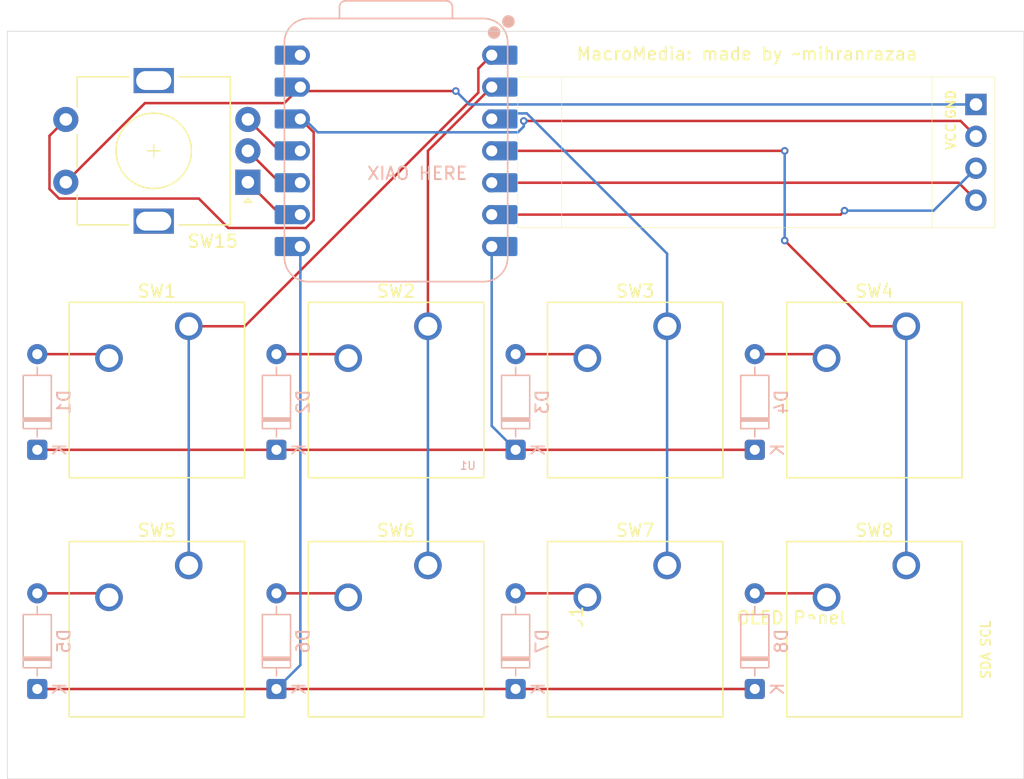
<source format=kicad_pcb>
(kicad_pcb (version 20241229) (generator "pcbnew") (generator_version "9.0")
  (layers (0 "F.Cu" signal) (2 "B.Cu" signal) (13 "F.Paste" user) (15 "B.Paste" user) (5 "F.SilkS" user "F.Silkscreen") (7 "B.SilkS" user "B.Silkscreen") (1 "F.Mask" user) (3 "B.Mask" user) (25 "Edge.Cuts" user))
  (net 0 "")
  (net 1 "Net-(D1-A)")
  (net 2 "Row 0")
  (net 3 "Net-(D2-A)")
  (net 4 "Net-(D3-A)")
  (net 5 "Net-(D4-A)")
  (net 6 "Net-(D5-A)")
  (net 7 "Row 1")
  (net 8 "Net-(D6-A)")
  (net 9 "Net-(D7-A)")
  (net 10 "Net-(D8-A)")
  (net 11 "GND")
  (net 12 "Net-(J1-VCC)")
  (net 13 "Net-(J1-SDA)")
  (net 14 "Net-(J1-SCL)")
  (net 15 "Column 0")
  (net 16 "Column 1")
  (net 17 "Column 2")
  (net 18 "Column 3")
  (net 19 "Net-(U1-GPIO3{slash}MOSI)")
  (net 20 "Net-(U1-GPIO4{slash}MISO)")
  (net 21 "Net-(U1-GPIO2{slash}SCK)")
  (net 22 "+5V")
  (footprint "Button_Switch_Keyboard:SW_Cherry_MX_1.00u_PCB" (layer "F.Cu") (at 104.93375 102.07625)
    (property "Reference" "SW1" (at -2.54 -2.794 0) (layer "F.SilkS"))
    (property "Value" "SW_Push")
    (fp_line (start -9.525 -1.905) (end 4.445 -1.905) (stroke (width 0.12)) (layer "F.SilkS"))
    (fp_line (start -9.525 12.065) (end -9.525 -1.905) (stroke (width 0.12)) (layer "F.SilkS"))
    (fp_line (start 4.445 -1.905) (end 4.445 12.065) (stroke (width 0.12)) (layer "F.SilkS"))
    (fp_line (start 4.445 12.065) (end -9.525 12.065) (stroke (width 0.12)) (layer "F.SilkS"))
    (pad "" np_thru_hole circle (at -7.62 5.08) (size 1.7 1.7) (drill 1.7) (layers "*.Cu" "*.Mask"))
    (pad "" np_thru_hole circle (at -2.54 5.08) (size 4 4) (drill 4) (layers "*.Cu" "*.Mask"))
    (pad "" np_thru_hole circle (at 2.54 5.08) (size 1.7 1.7) (drill 1.7) (layers "*.Cu" "*.Mask"))
    (pad "1" thru_hole circle (at 0 0) (size 2.2 2.2) (drill 1.5) (layers "*.Cu" "*.Mask") (net 15 "Column 0"))
    (pad "2" thru_hole circle (at -6.35 2.54) (size 2.2 2.2) (drill 1.5) (layers "*.Cu" "*.Mask") (net 1 "Net-(D1-A)"))
  )
  (footprint "Dis:SSD1306-0.91-OLED-4pin-128x32" (layer "F.Cu") (at 131.13375 82.22125)
    (property "Reference" "J1" (at 4.685 42.98875 90) (layer "F.SilkS"))
    (property "Value" "OLED_0.91_I2C")
    (fp_line (start 0 0) (end 0 12) (stroke (width 0.04)) (layer "F.SilkS"))
    (fp_line (start 0 12) (end 38 12) (stroke (width 0.04)) (layer "F.SilkS"))
    (fp_line (start 3.5 0) (end 3.5 12) (stroke (width 0.04)) (layer "F.SilkS"))
    (fp_line (start 33 0) (end 33 12) (stroke (width 0.04)) (layer "F.SilkS"))
    (fp_line (start 38 0) (end 0 0) (stroke (width 0.04)) (layer "F.SilkS"))
    (fp_line (start 38 12) (end 38 0) (stroke (width 0.04)) (layer "F.SilkS"))
    (fp_text user "GND" (at 34.5 2.19 90) (layer "F.SilkS") (effects (font (size 0.75 0.75))))
    (fp_text user "OLED Panel" (at 21.785 43.07875 0) (layer "F.SilkS"))
    (fp_text user "SCL" (at 37.285 44.34875 90) (layer "F.SilkS") (effects (font (size 0.75 0.75))))
    (fp_text user "VCC" (at 34.5 4.73 90) (layer "F.SilkS") (effects (font (size 0.75 0.75))))
    (fp_text user "SDA" (at 37.285 46.88875 90) (layer "F.SilkS") (effects (font (size 0.75 0.75))))
    (pad "1" thru_hole rect (at 36.5 2.19) (size 1.7 1.7) (drill 1) (layers "*.Cu" "*.Mask") (net 11 "GND"))
    (pad "2" thru_hole oval (at 36.5 4.73) (size 1.7 1.7) (drill 1) (layers "*.Cu" "*.Mask") (net 12 "Net-(J1-VCC)"))
    (pad "3" thru_hole oval (at 36.5 7.27) (size 1.7 1.7) (drill 1) (layers "*.Cu" "*.Mask") (net 14 "Net-(J1-SCL)"))
    (pad "4" thru_hole oval (at 36.5 9.81) (size 1.7 1.7) (drill 1) (layers "*.Cu" "*.Mask") (net 13 "Net-(J1-SDA)"))
  )
  (footprint "Rotatory:RotaryEncoder_Alps_EC11E-Switch_Vertical_H20mm" (layer "F.Cu") (at 109.64375 90.60625 180)
    (property "Reference" "SW15" (at 2.8 -4.7 0) (layer "F.SilkS"))
    (property "Value" "RotaryEncoder_Switch")
    (fp_line (start 13.6 8.4) (end 9.5 8.4) (stroke (width 0.12)) (layer "F.SilkS"))
    (fp_line (start 13.6 6) (end 13.6 8.4) (stroke (width 0.12)) (layer "F.SilkS"))
    (fp_line (start 13.6 1.2) (end 13.6 3.8) (stroke (width 0.12)) (layer "F.SilkS"))
    (fp_line (start 13.6 -3.4) (end 13.6 -1) (stroke (width 0.12)) (layer "F.SilkS"))
    (fp_line (start 9.5 -3.4) (end 13.6 -3.4) (stroke (width 0.12)) (layer "F.SilkS"))
    (fp_line (start 7.5 2) (end 7.5 3) (stroke (width 0.12)) (layer "F.SilkS"))
    (fp_line (start 7 2.5) (end 8 2.5) (stroke (width 0.12)) (layer "F.SilkS"))
    (fp_line (start 5.5 8.4) (end 1.4 8.4) (stroke (width 0.12)) (layer "F.SilkS"))
    (fp_line (start 5.5 -3.4) (end 1.4 -3.4) (stroke (width 0.12)) (layer "F.SilkS"))
    (fp_line (start 1.4 -3.4) (end 1.4 8.4) (stroke (width 0.12)) (layer "F.SilkS"))
    (fp_line (start 0.3 -1.6) (end 0 -1.3) (stroke (width 0.12)) (layer "F.SilkS"))
    (fp_line (start 0 -1.3) (end -0.3 -1.6) (stroke (width 0.12)) (layer "F.SilkS"))
    (fp_line (start -0.3 -1.6) (end 0.3 -1.6) (stroke (width 0.12)) (layer "F.SilkS"))
    (fp_circle (center 7.5 2.5) (end 10.5 2.5) (stroke (width 0.12)) (fill no) (layer "F.SilkS"))
    (pad "A" thru_hole rect (at 0 0 180) (size 2 2) (drill 1) (layers "*.Cu" "*.Mask") (net 21 "Net-(U1-GPIO2{slash}SCK)"))
    (pad "B" thru_hole circle (at 0 5 180) (size 2 2) (drill 1) (layers "*.Cu" "*.Mask") (net 19 "Net-(U1-GPIO3{slash}MOSI)"))
    (pad "C" thru_hole circle (at 0 2.5 180) (size 2 2) (drill 1) (layers "*.Cu" "*.Mask") (net 20 "Net-(U1-GPIO4{slash}MISO)"))
    (pad "MP" thru_hole rect (at 7.5 -3.1 180) (size 3.2 2) (drill oval 2.8 1.5) (layers "*.Cu" "*.Mask"))
    (pad "MP" thru_hole rect (at 7.5 8.1 180) (size 3.2 2) (drill oval 2.8 1.5) (layers "*.Cu" "*.Mask"))
    (pad "S1" thru_hole circle (at 14.5 5 180) (size 2 2) (drill 1) (layers "*.Cu" "*.Mask") (net 12 "Net-(J1-VCC)"))
    (pad "S2" thru_hole circle (at 14.5 0 180) (size 2 2) (drill 1) (layers "*.Cu" "*.Mask") (net 11 "GND"))
  )
  (footprint "Button_Switch_Keyboard:SW_Cherry_MX_1.00u_PCB" (layer "F.Cu") (at 104.93375 121.12625)
    (property "Reference" "SW5" (at -2.54 -2.794 0) (layer "F.SilkS"))
    (property "Value" "SW_Push")
    (fp_line (start -9.525 -1.905) (end 4.445 -1.905) (stroke (width 0.12)) (layer "F.SilkS"))
    (fp_line (start -9.525 12.065) (end -9.525 -1.905) (stroke (width 0.12)) (layer "F.SilkS"))
    (fp_line (start 4.445 -1.905) (end 4.445 12.065) (stroke (width 0.12)) (layer "F.SilkS"))
    (fp_line (start 4.445 12.065) (end -9.525 12.065) (stroke (width 0.12)) (layer "F.SilkS"))
    (pad "" np_thru_hole circle (at -7.62 5.08) (size 1.7 1.7) (drill 1.7) (layers "*.Cu" "*.Mask"))
    (pad "" np_thru_hole circle (at -2.54 5.08) (size 4 4) (drill 4) (layers "*.Cu" "*.Mask"))
    (pad "" np_thru_hole circle (at 2.54 5.08) (size 1.7 1.7) (drill 1.7) (layers "*.Cu" "*.Mask"))
    (pad "1" thru_hole circle (at 0 0) (size 2.2 2.2) (drill 1.5) (layers "*.Cu" "*.Mask") (net 15 "Column 0"))
    (pad "2" thru_hole circle (at -6.35 2.54) (size 2.2 2.2) (drill 1.5) (layers "*.Cu" "*.Mask") (net 6 "Net-(D5-A)"))
  )
  (footprint "Button_Switch_Keyboard:SW_Cherry_MX_1.00u_PCB" (layer "F.Cu") (at 162.08375 102.07625)
    (property "Reference" "SW4" (at -2.54 -2.794 0) (layer "F.SilkS"))
    (property "Value" "SW_Push")
    (fp_line (start -9.525 -1.905) (end 4.445 -1.905) (stroke (width 0.12)) (layer "F.SilkS"))
    (fp_line (start -9.525 12.065) (end -9.525 -1.905) (stroke (width 0.12)) (layer "F.SilkS"))
    (fp_line (start 4.445 -1.905) (end 4.445 12.065) (stroke (width 0.12)) (layer "F.SilkS"))
    (fp_line (start 4.445 12.065) (end -9.525 12.065) (stroke (width 0.12)) (layer "F.SilkS"))
    (pad "" np_thru_hole circle (at -7.62 5.08) (size 1.7 1.7) (drill 1.7) (layers "*.Cu" "*.Mask"))
    (pad "" np_thru_hole circle (at -2.54 5.08) (size 4 4) (drill 4) (layers "*.Cu" "*.Mask"))
    (pad "" np_thru_hole circle (at 2.54 5.08) (size 1.7 1.7) (drill 1.7) (layers "*.Cu" "*.Mask"))
    (pad "1" thru_hole circle (at 0 0) (size 2.2 2.2) (drill 1.5) (layers "*.Cu" "*.Mask") (net 18 "Column 3"))
    (pad "2" thru_hole circle (at -6.35 2.54) (size 2.2 2.2) (drill 1.5) (layers "*.Cu" "*.Mask") (net 5 "Net-(D4-A)"))
  )
  (footprint "Button_Switch_Keyboard:SW_Cherry_MX_1.00u_PCB" (layer "F.Cu") (at 162.08375 121.12625)
    (property "Reference" "SW8" (at -2.54 -2.794 0) (layer "F.SilkS"))
    (property "Value" "SW_Push")
    (fp_line (start -9.525 -1.905) (end 4.445 -1.905) (stroke (width 0.12)) (layer "F.SilkS"))
    (fp_line (start -9.525 12.065) (end -9.525 -1.905) (stroke (width 0.12)) (layer "F.SilkS"))
    (fp_line (start 4.445 -1.905) (end 4.445 12.065) (stroke (width 0.12)) (layer "F.SilkS"))
    (fp_line (start 4.445 12.065) (end -9.525 12.065) (stroke (width 0.12)) (layer "F.SilkS"))
    (pad "" np_thru_hole circle (at -7.62 5.08) (size 1.7 1.7) (drill 1.7) (layers "*.Cu" "*.Mask"))
    (pad "" np_thru_hole circle (at -2.54 5.08) (size 4 4) (drill 4) (layers "*.Cu" "*.Mask"))
    (pad "" np_thru_hole circle (at 2.54 5.08) (size 1.7 1.7) (drill 1.7) (layers "*.Cu" "*.Mask"))
    (pad "1" thru_hole circle (at 0 0) (size 2.2 2.2) (drill 1.5) (layers "*.Cu" "*.Mask") (net 18 "Column 3"))
    (pad "2" thru_hole circle (at -6.35 2.54) (size 2.2 2.2) (drill 1.5) (layers "*.Cu" "*.Mask") (net 10 "Net-(D8-A)"))
  )
  (footprint "Button_Switch_Keyboard:SW_Cherry_MX_1.00u_PCB" (layer "F.Cu") (at 143.03375 121.12625)
    (property "Reference" "SW7" (at -2.54 -2.794 0) (layer "F.SilkS"))
    (property "Value" "SW_Push")
    (fp_line (start -9.525 -1.905) (end 4.445 -1.905) (stroke (width 0.12)) (layer "F.SilkS"))
    (fp_line (start -9.525 12.065) (end -9.525 -1.905) (stroke (width 0.12)) (layer "F.SilkS"))
    (fp_line (start 4.445 -1.905) (end 4.445 12.065) (stroke (width 0.12)) (layer "F.SilkS"))
    (fp_line (start 4.445 12.065) (end -9.525 12.065) (stroke (width 0.12)) (layer "F.SilkS"))
    (pad "" np_thru_hole circle (at -7.62 5.08) (size 1.7 1.7) (drill 1.7) (layers "*.Cu" "*.Mask"))
    (pad "" np_thru_hole circle (at -2.54 5.08) (size 4 4) (drill 4) (layers "*.Cu" "*.Mask"))
    (pad "" np_thru_hole circle (at 2.54 5.08) (size 1.7 1.7) (drill 1.7) (layers "*.Cu" "*.Mask"))
    (pad "1" thru_hole circle (at 0 0) (size 2.2 2.2) (drill 1.5) (layers "*.Cu" "*.Mask") (net 17 "Column 2"))
    (pad "2" thru_hole circle (at -6.35 2.54) (size 2.2 2.2) (drill 1.5) (layers "*.Cu" "*.Mask") (net 9 "Net-(D7-A)"))
  )
  (footprint "Button_Switch_Keyboard:SW_Cherry_MX_1.00u_PCB" (layer "F.Cu") (at 123.98375 121.12625)
    (property "Reference" "SW6" (at -2.54 -2.794 0) (layer "F.SilkS"))
    (property "Value" "SW_Push")
    (fp_line (start -9.525 -1.905) (end 4.445 -1.905) (stroke (width 0.12)) (layer "F.SilkS"))
    (fp_line (start -9.525 12.065) (end -9.525 -1.905) (stroke (width 0.12)) (layer "F.SilkS"))
    (fp_line (start 4.445 -1.905) (end 4.445 12.065) (stroke (width 0.12)) (layer "F.SilkS"))
    (fp_line (start 4.445 12.065) (end -9.525 12.065) (stroke (width 0.12)) (layer "F.SilkS"))
    (pad "" np_thru_hole circle (at -7.62 5.08) (size 1.7 1.7) (drill 1.7) (layers "*.Cu" "*.Mask"))
    (pad "" np_thru_hole circle (at -2.54 5.08) (size 4 4) (drill 4) (layers "*.Cu" "*.Mask"))
    (pad "" np_thru_hole circle (at 2.54 5.08) (size 1.7 1.7) (drill 1.7) (layers "*.Cu" "*.Mask"))
    (pad "1" thru_hole circle (at 0 0) (size 2.2 2.2) (drill 1.5) (layers "*.Cu" "*.Mask") (net 16 "Column 1"))
    (pad "2" thru_hole circle (at -6.35 2.54) (size 2.2 2.2) (drill 1.5) (layers "*.Cu" "*.Mask") (net 8 "Net-(D6-A)"))
  )
  (footprint "Button_Switch_Keyboard:SW_Cherry_MX_1.00u_PCB" (layer "F.Cu") (at 123.98375 102.07625)
    (property "Reference" "SW2" (at -2.54 -2.794 0) (layer "F.SilkS"))
    (property "Value" "SW_Push")
    (fp_line (start -9.525 -1.905) (end 4.445 -1.905) (stroke (width 0.12)) (layer "F.SilkS"))
    (fp_line (start -9.525 12.065) (end -9.525 -1.905) (stroke (width 0.12)) (layer "F.SilkS"))
    (fp_line (start 4.445 -1.905) (end 4.445 12.065) (stroke (width 0.12)) (layer "F.SilkS"))
    (fp_line (start 4.445 12.065) (end -9.525 12.065) (stroke (width 0.12)) (layer "F.SilkS"))
    (pad "" np_thru_hole circle (at -7.62 5.08) (size 1.7 1.7) (drill 1.7) (layers "*.Cu" "*.Mask"))
    (pad "" np_thru_hole circle (at -2.54 5.08) (size 4 4) (drill 4) (layers "*.Cu" "*.Mask"))
    (pad "" np_thru_hole circle (at 2.54 5.08) (size 1.7 1.7) (drill 1.7) (layers "*.Cu" "*.Mask"))
    (pad "1" thru_hole circle (at 0 0) (size 2.2 2.2) (drill 1.5) (layers "*.Cu" "*.Mask") (net 16 "Column 1"))
    (pad "2" thru_hole circle (at -6.35 2.54) (size 2.2 2.2) (drill 1.5) (layers "*.Cu" "*.Mask") (net 3 "Net-(D2-A)"))
  )
  (footprint "Button_Switch_Keyboard:SW_Cherry_MX_1.00u_PCB" (layer "F.Cu") (at 143.03375 102.07625)
    (property "Reference" "SW3" (at -2.54 -2.794 0) (layer "F.SilkS"))
    (property "Value" "SW_Push")
    (fp_line (start -9.525 -1.905) (end 4.445 -1.905) (stroke (width 0.12)) (layer "F.SilkS"))
    (fp_line (start -9.525 12.065) (end -9.525 -1.905) (stroke (width 0.12)) (layer "F.SilkS"))
    (fp_line (start 4.445 -1.905) (end 4.445 12.065) (stroke (width 0.12)) (layer "F.SilkS"))
    (fp_line (start 4.445 12.065) (end -9.525 12.065) (stroke (width 0.12)) (layer "F.SilkS"))
    (pad "" np_thru_hole circle (at -7.62 5.08) (size 1.7 1.7) (drill 1.7) (layers "*.Cu" "*.Mask"))
    (pad "" np_thru_hole circle (at -2.54 5.08) (size 4 4) (drill 4) (layers "*.Cu" "*.Mask"))
    (pad "" np_thru_hole circle (at 2.54 5.08) (size 1.7 1.7) (drill 1.7) (layers "*.Cu" "*.Mask"))
    (pad "1" thru_hole circle (at 0 0) (size 2.2 2.2) (drill 1.5) (layers "*.Cu" "*.Mask") (net 17 "Column 2"))
    (pad "2" thru_hole circle (at -6.35 2.54) (size 2.2 2.2) (drill 1.5) (layers "*.Cu" "*.Mask") (net 4 "Net-(D3-A)"))
  )
  (footprint "Diode_THT:D_DO-35_SOD27_P7.62mm_Horizontal" (layer "B.Cu") (at 92.86875 111.91875 90)
    (property "Reference" "D1" (at 3.81 2.12 90) (layer "B.SilkS") (effects (justify mirror)))
    (property "Value" "1N4148")
    (fp_line (start 6.58 0) (end 5.93 0) (stroke (width 0.12)) (layer "B.SilkS"))
    (fp_line (start 1.04 0) (end 1.69 0) (stroke (width 0.12)) (layer "B.SilkS"))
    (fp_line (start 2.53 1.12) (end 2.53 -1.12) (stroke (width 0.12)) (layer "B.SilkS"))
    (fp_line (start 2.41 1.12) (end 2.41 -1.12) (stroke (width 0.12)) (layer "B.SilkS"))
    (fp_line (start 2.29 1.12) (end 2.29 -1.12) (stroke (width 0.12)) (layer "B.SilkS"))
    (fp_rect (start 1.69 1.12) (end 5.93 -1.12) (stroke (width 0.12)) (fill no) (layer "B.SilkS"))
    (fp_text user "K" (at 0 1.8 90) (layer "B.SilkS") (effects (justify mirror)))
    (pad "1" thru_hole roundrect (at 0 0 90) (size 1.6 1.6) (drill 0.8) (layers "*.Cu" "*.Mask") (roundrect_rratio 0.15625) (net 2 "Row 0"))
    (pad "2" thru_hole circle (at 7.62 0 90) (size 1.6 1.6) (drill 0.8) (layers "*.Cu" "*.Mask") (net 1 "Net-(D1-A)"))
  )
  (footprint "OPL:XIAO-RP2040-DIP" (layer "B.Cu") (at 121.44375 88.10625 180)
    (property "Reference" "U1" (at -5.715 -25.07875 0) (layer "B.SilkS") (effects (font (size 0.635 0.635) (thickness 0.1016)) (justify mirror)))
    (property "Value" "XIAO-RP2040-DIP")
    (fp_line (start 8.89 -8.509) (end 8.89 8.636) (stroke (width 0.127)) (layer "B.SilkS"))
    (fp_line (start 6.985 10.541) (end -6.985 10.541) (stroke (width 0.1)) (layer "B.SilkS"))
    (fp_line (start 6.985 10.541) (end -6.985 10.541) (stroke (width 0.127)) (layer "B.SilkS"))
    (fp_line (start 4.504 11.451) (end 4.504 10.541) (stroke (width 0.127)) (layer "B.SilkS"))
    (fp_line (start -3.991272 11.951) (end 4.004 11.951) (stroke (width 0.127)) (layer "B.SilkS"))
    (fp_line (start -4.495 10.541) (end -4.491272 11.451272) (stroke (width 0.127)) (layer "B.SilkS"))
    (fp_line (start -6.985 -10.414) (end 6.985 -10.414) (stroke (width 0.127)) (layer "B.SilkS"))
    (fp_line (start -8.89 -8.509) (end -8.89 8.636) (stroke (width 0.127)) (layer "B.SilkS"))
    (fp_arc (start 8.89 8.636) (mid 8.332038 9.983038) (end 6.985 10.541) (stroke (width 0.127)) (layer "B.SilkS"))
    (fp_arc (start 6.985 -10.414) (mid 8.332038 -9.856038) (end 8.89 -8.509) (stroke (width 0.127)) (layer "B.SilkS"))
    (fp_arc (start 4.504 11.451) (mid 4.357553 11.804553) (end 4.004 11.951) (stroke (width 0.127)) (layer "B.SilkS"))
    (fp_arc (start -3.991272 11.951) (mid -4.344724 11.804644) (end -4.491272 11.451272) (stroke (width 0.127)) (layer "B.SilkS"))
    (fp_arc (start -6.985 10.541) (mid -8.332038 9.983038) (end -8.89 8.636) (stroke (width 0.127)) (layer "B.SilkS"))
    (fp_arc (start -8.89 -8.509) (mid -8.332038 -9.856038) (end -6.985 -10.414) (stroke (width 0.127)) (layer "B.SilkS"))
    (fp_circle (center -7.807 9.42) (end -7.807 9.674) (stroke (width 0.5)) (fill yes) (layer "B.SilkS"))
    (fp_circle (center -8.95 10.3) (end -8.95 10.554) (stroke (width 0.5)) (fill yes) (layer "B.SilkS"))
    (pad "1" smd roundrect (at -8.455 7.62) (size 2.432 1.524) (layers "B.Cu" "B.Mask") (roundrect_rratio 0.1) (net 15 "Column 0"))
    (pad "1" thru_hole circle (at -7.62 7.62) (size 1.524 1.524) (drill 0.889) (layers "*.Cu" "*.Mask") (net 15 "Column 0"))
    (pad "2" smd roundrect (at -8.455 5.08) (size 2.432 1.524) (layers "B.Cu" "B.Mask") (roundrect_rratio 0.1) (net 16 "Column 1"))
    (pad "2" thru_hole circle (at -7.62 5.08) (size 1.524 1.524) (drill 0.889) (layers "*.Cu" "*.Mask") (net 16 "Column 1"))
    (pad "3" smd roundrect (at -8.455 2.54) (size 2.432 1.524) (layers "B.Cu" "B.Mask") (roundrect_rratio 0.1) (net 17 "Column 2"))
    (pad "3" thru_hole circle (at -7.62 2.54) (size 1.524 1.524) (drill 0.889) (layers "*.Cu" "*.Mask") (net 17 "Column 2"))
    (pad "4" smd roundrect (at -8.455 0) (size 2.432 1.524) (layers "B.Cu" "B.Mask") (roundrect_rratio 0.1) (net 18 "Column 3"))
    (pad "4" thru_hole circle (at -7.62 0) (size 1.524 1.524) (drill 0.889) (layers "*.Cu" "*.Mask") (net 18 "Column 3"))
    (pad "5" smd roundrect (at -8.455 -2.54) (size 2.432 1.524) (layers "B.Cu" "B.Mask") (roundrect_rratio 0.1) (net 13 "Net-(J1-SDA)"))
    (pad "5" thru_hole circle (at -7.62 -2.54) (size 1.524 1.524) (drill 0.889) (layers "*.Cu" "*.Mask") (net 13 "Net-(J1-SDA)"))
    (pad "6" smd roundrect (at -8.455 -5.08) (size 2.432 1.524) (layers "B.Cu" "B.Mask") (roundrect_rratio 0.1) (net 14 "Net-(J1-SCL)"))
    (pad "6" thru_hole circle (at -7.62 -5.08) (size 1.524 1.524) (drill 0.889) (layers "*.Cu" "*.Mask") (net 14 "Net-(J1-SCL)"))
    (pad "7" smd roundrect (at -8.455 -7.62) (size 2.432 1.524) (layers "B.Cu" "B.Mask") (roundrect_rratio 0.1) (net 2 "Row 0"))
    (pad "7" thru_hole circle (at -7.62 -7.62) (size 1.524 1.524) (drill 0.889) (layers "*.Cu" "*.Mask") (net 2 "Row 0"))
    (pad "8" thru_hole circle (at 7.62 -7.62 180) (size 1.524 1.524) (drill 0.889) (layers "*.Cu" "*.Mask") (net 7 "Row 1"))
    (pad "8" smd roundrect (at 8.455 -7.62 180) (size 2.432 1.524) (layers "B.Cu" "B.Mask") (roundrect_rratio 0.1) (net 7 "Row 1"))
    (pad "9" thru_hole circle (at 7.62 -5.08 180) (size 1.524 1.524) (drill 0.889) (layers "*.Cu" "*.Mask") (net 21 "Net-(U1-GPIO2{slash}SCK)"))
    (pad "9" smd roundrect (at 8.455 -5.08 180) (size 2.432 1.524) (layers "B.Cu" "B.Mask") (roundrect_rratio 0.1) (net 21 "Net-(U1-GPIO2{slash}SCK)"))
    (pad "10" thru_hole circle (at 7.62 -2.54 180) (size 1.524 1.524) (drill 0.889) (layers "*.Cu" "*.Mask") (net 20 "Net-(U1-GPIO4{slash}MISO)"))
    (pad "10" smd roundrect (at 8.455 -2.54 180) (size 2.432 1.524) (layers "B.Cu" "B.Mask") (roundrect_rratio 0.1) (net 20 "Net-(U1-GPIO4{slash}MISO)"))
    (pad "11" thru_hole circle (at 7.62 0 180) (size 1.524 1.524) (drill 0.889) (layers "*.Cu" "*.Mask") (net 19 "Net-(U1-GPIO3{slash}MOSI)"))
    (pad "11" smd roundrect (at 8.455 0 180) (size 2.432 1.524) (layers "B.Cu" "B.Mask") (roundrect_rratio 0.1) (net 19 "Net-(U1-GPIO3{slash}MOSI)"))
    (pad "12" thru_hole circle (at 7.62 2.54 180) (size 1.524 1.524) (drill 0.889) (layers "*.Cu" "*.Mask") (net 12 "Net-(J1-VCC)"))
    (pad "12" smd roundrect (at 8.455 2.54 180) (size 2.432 1.524) (layers "B.Cu" "B.Mask") (roundrect_rratio 0.1) (net 12 "Net-(J1-VCC)"))
    (pad "13" thru_hole circle (at 7.62 5.08 180) (size 1.524 1.524) (drill 0.889) (layers "*.Cu" "*.Mask") (net 11 "GND"))
    (pad "13" smd roundrect (at 8.455 5.08 180) (size 2.432 1.524) (layers "B.Cu" "B.Mask") (roundrect_rratio 0.1) (net 11 "GND"))
    (pad "14" thru_hole circle (at 7.62 7.62 180) (size 1.524 1.524) (drill 0.889) (layers "*.Cu" "*.Mask") (net 22 "+5V"))
    (pad "14" smd roundrect (at 8.455 7.62 180) (size 2.432 1.524) (layers "B.Cu" "B.Mask") (roundrect_rratio 0.1) (net 22 "+5V"))
  )
  (footprint "Diode_THT:D_DO-35_SOD27_P7.62mm_Horizontal" (layer "B.Cu") (at 130.96875 130.96875 90)
    (property "Reference" "D7" (at 3.81 2.12 90) (layer "B.SilkS") (effects (justify mirror)))
    (property "Value" "1N4148")
    (fp_line (start 6.58 0) (end 5.93 0) (stroke (width 0.12)) (layer "B.SilkS"))
    (fp_line (start 1.04 0) (end 1.69 0) (stroke (width 0.12)) (layer "B.SilkS"))
    (fp_line (start 2.53 1.12) (end 2.53 -1.12) (stroke (width 0.12)) (layer "B.SilkS"))
    (fp_line (start 2.41 1.12) (end 2.41 -1.12) (stroke (width 0.12)) (layer "B.SilkS"))
    (fp_line (start 2.29 1.12) (end 2.29 -1.12) (stroke (width 0.12)) (layer "B.SilkS"))
    (fp_rect (start 1.69 1.12) (end 5.93 -1.12) (stroke (width 0.12)) (fill no) (layer "B.SilkS"))
    (fp_text user "K" (at 0 1.8 90) (layer "B.SilkS") (effects (justify mirror)))
    (pad "1" thru_hole roundrect (at 0 0 90) (size 1.6 1.6) (drill 0.8) (layers "*.Cu" "*.Mask") (roundrect_rratio 0.15625) (net 7 "Row 1"))
    (pad "2" thru_hole circle (at 7.62 0 90) (size 1.6 1.6) (drill 0.8) (layers "*.Cu" "*.Mask") (net 9 "Net-(D7-A)"))
  )
  (footprint "Diode_THT:D_DO-35_SOD27_P7.62mm_Horizontal" (layer "B.Cu") (at 92.86875 130.96875 90)
    (property "Reference" "D5" (at 3.81 2.12 90) (layer "B.SilkS") (effects (justify mirror)))
    (property "Value" "1N4148")
    (fp_line (start 6.58 0) (end 5.93 0) (stroke (width 0.12)) (layer "B.SilkS"))
    (fp_line (start 1.04 0) (end 1.69 0) (stroke (width 0.12)) (layer "B.SilkS"))
    (fp_line (start 2.53 1.12) (end 2.53 -1.12) (stroke (width 0.12)) (layer "B.SilkS"))
    (fp_line (start 2.41 1.12) (end 2.41 -1.12) (stroke (width 0.12)) (layer "B.SilkS"))
    (fp_line (start 2.29 1.12) (end 2.29 -1.12) (stroke (width 0.12)) (layer "B.SilkS"))
    (fp_rect (start 1.69 1.12) (end 5.93 -1.12) (stroke (width 0.12)) (fill no) (layer "B.SilkS"))
    (fp_text user "K" (at 0 1.8 90) (layer "B.SilkS") (effects (justify mirror)))
    (pad "1" thru_hole roundrect (at 0 0 90) (size 1.6 1.6) (drill 0.8) (layers "*.Cu" "*.Mask") (roundrect_rratio 0.15625) (net 7 "Row 1"))
    (pad "2" thru_hole circle (at 7.62 0 90) (size 1.6 1.6) (drill 0.8) (layers "*.Cu" "*.Mask") (net 6 "Net-(D5-A)"))
  )
  (footprint "Diode_THT:D_DO-35_SOD27_P7.62mm_Horizontal" (layer "B.Cu") (at 150.01875 130.96875 90)
    (property "Reference" "D8" (at 3.81 2.12 90) (layer "B.SilkS") (effects (justify mirror)))
    (property "Value" "1N4148")
    (fp_line (start 6.58 0) (end 5.93 0) (stroke (width 0.12)) (layer "B.SilkS"))
    (fp_line (start 1.04 0) (end 1.69 0) (stroke (width 0.12)) (layer "B.SilkS"))
    (fp_line (start 2.53 1.12) (end 2.53 -1.12) (stroke (width 0.12)) (layer "B.SilkS"))
    (fp_line (start 2.41 1.12) (end 2.41 -1.12) (stroke (width 0.12)) (layer "B.SilkS"))
    (fp_line (start 2.29 1.12) (end 2.29 -1.12) (stroke (width 0.12)) (layer "B.SilkS"))
    (fp_rect (start 1.69 1.12) (end 5.93 -1.12) (stroke (width 0.12)) (fill no) (layer "B.SilkS"))
    (fp_text user "K" (at 0 1.8 90) (layer "B.SilkS") (effects (justify mirror)))
    (pad "1" thru_hole roundrect (at 0 0 90) (size 1.6 1.6) (drill 0.8) (layers "*.Cu" "*.Mask") (roundrect_rratio 0.15625) (net 7 "Row 1"))
    (pad "2" thru_hole circle (at 7.62 0 90) (size 1.6 1.6) (drill 0.8) (layers "*.Cu" "*.Mask") (net 10 "Net-(D8-A)"))
  )
  (footprint "Diode_THT:D_DO-35_SOD27_P7.62mm_Horizontal" (layer "B.Cu") (at 111.91875 130.96875 90)
    (property "Reference" "D6" (at 3.81 2.12 90) (layer "B.SilkS") (effects (justify mirror)))
    (property "Value" "1N4148")
    (fp_line (start 6.58 0) (end 5.93 0) (stroke (width 0.12)) (layer "B.SilkS"))
    (fp_line (start 1.04 0) (end 1.69 0) (stroke (width 0.12)) (layer "B.SilkS"))
    (fp_line (start 2.53 1.12) (end 2.53 -1.12) (stroke (width 0.12)) (layer "B.SilkS"))
    (fp_line (start 2.41 1.12) (end 2.41 -1.12) (stroke (width 0.12)) (layer "B.SilkS"))
    (fp_line (start 2.29 1.12) (end 2.29 -1.12) (stroke (width 0.12)) (layer "B.SilkS"))
    (fp_rect (start 1.69 1.12) (end 5.93 -1.12) (stroke (width 0.12)) (fill no) (layer "B.SilkS"))
    (fp_text user "K" (at 0 1.8 90) (layer "B.SilkS") (effects (justify mirror)))
    (pad "1" thru_hole roundrect (at 0 0 90) (size 1.6 1.6) (drill 0.8) (layers "*.Cu" "*.Mask") (roundrect_rratio 0.15625) (net 7 "Row 1"))
    (pad "2" thru_hole circle (at 7.62 0 90) (size 1.6 1.6) (drill 0.8) (layers "*.Cu" "*.Mask") (net 8 "Net-(D6-A)"))
  )
  (footprint "Diode_THT:D_DO-35_SOD27_P7.62mm_Horizontal" (layer "B.Cu") (at 150.01875 111.91875 90)
    (property "Reference" "D4" (at 3.81 2.12 90) (layer "B.SilkS") (effects (justify mirror)))
    (property "Value" "1N4148")
    (fp_line (start 6.58 0) (end 5.93 0) (stroke (width 0.12)) (layer "B.SilkS"))
    (fp_line (start 1.04 0) (end 1.69 0) (stroke (width 0.12)) (layer "B.SilkS"))
    (fp_line (start 2.53 1.12) (end 2.53 -1.12) (stroke (width 0.12)) (layer "B.SilkS"))
    (fp_line (start 2.41 1.12) (end 2.41 -1.12) (stroke (width 0.12)) (layer "B.SilkS"))
    (fp_line (start 2.29 1.12) (end 2.29 -1.12) (stroke (width 0.12)) (layer "B.SilkS"))
    (fp_rect (start 1.69 1.12) (end 5.93 -1.12) (stroke (width 0.12)) (fill no) (layer "B.SilkS"))
    (fp_text user "K" (at 0 1.8 90) (layer "B.SilkS") (effects (justify mirror)))
    (pad "1" thru_hole roundrect (at 0 0 90) (size 1.6 1.6) (drill 0.8) (layers "*.Cu" "*.Mask") (roundrect_rratio 0.15625) (net 2 "Row 0"))
    (pad "2" thru_hole circle (at 7.62 0 90) (size 1.6 1.6) (drill 0.8) (layers "*.Cu" "*.Mask") (net 5 "Net-(D4-A)"))
  )
  (footprint "Diode_THT:D_DO-35_SOD27_P7.62mm_Horizontal" (layer "B.Cu") (at 111.91875 111.91875 90)
    (property "Reference" "D2" (at 3.81 2.12 90) (layer "B.SilkS") (effects (justify mirror)))
    (property "Value" "1N4148" (hide yes))
    (fp_line (start 6.58 0) (end 5.93 0) (stroke (width 0.12)) (layer "B.SilkS"))
    (fp_line (start 1.04 0) (end 1.69 0) (stroke (width 0.12)) (layer "B.SilkS"))
    (fp_line (start 2.53 1.12) (end 2.53 -1.12) (stroke (width 0.12)) (layer "B.SilkS"))
    (fp_line (start 2.41 1.12) (end 2.41 -1.12) (stroke (width 0.12)) (layer "B.SilkS"))
    (fp_line (start 2.29 1.12) (end 2.29 -1.12) (stroke (width 0.12)) (layer "B.SilkS"))
    (fp_rect (start 1.69 1.12) (end 5.93 -1.12) (stroke (width 0.12)) (fill no) (layer "B.SilkS"))
    (fp_text user "K" (at 0 1.8 90) (layer "B.SilkS") (effects (justify mirror)))
    (pad "1" thru_hole roundrect (at 0 0 90) (size 1.6 1.6) (drill 0.8) (layers "*.Cu" "*.Mask") (roundrect_rratio 0.15625) (net 2 "Row 0"))
    (pad "2" thru_hole circle (at 7.62 0 90) (size 1.6 1.6) (drill 0.8) (layers "*.Cu" "*.Mask") (net 3 "Net-(D2-A)"))
  )
  (footprint "Diode_THT:D_DO-35_SOD27_P7.62mm_Horizontal" (layer "B.Cu") (at 130.96875 111.91875 90)
    (property "Reference" "D3" (at 3.81 2.12 90) (layer "B.SilkS") (effects (justify mirror)))
    (property "Value" "1N4148")
    (fp_line (start 6.58 0) (end 5.93 0) (stroke (width 0.12)) (layer "B.SilkS"))
    (fp_line (start 1.04 0) (end 1.69 0) (stroke (width 0.12)) (layer "B.SilkS"))
    (fp_line (start 2.53 1.12) (end 2.53 -1.12) (stroke (width 0.12)) (layer "B.SilkS"))
    (fp_line (start 2.41 1.12) (end 2.41 -1.12) (stroke (width 0.12)) (layer "B.SilkS"))
    (fp_line (start 2.29 1.12) (end 2.29 -1.12) (stroke (width 0.12)) (layer "B.SilkS"))
    (fp_rect (start 1.69 1.12) (end 5.93 -1.12) (stroke (width 0.12)) (fill no) (layer "B.SilkS"))
    (fp_text user "K" (at 0 1.8 90) (layer "B.SilkS") (effects (justify mirror)))
    (pad "1" thru_hole roundrect (at 0 0 90) (size 1.6 1.6) (drill 0.8) (layers "*.Cu" "*.Mask") (roundrect_rratio 0.15625) (net 2 "Row 0"))
    (pad "2" thru_hole circle (at 7.62 0 90) (size 1.6 1.6) (drill 0.8) (layers "*.Cu" "*.Mask") (net 4 "Net-(D3-A)"))
  )
  (gr_line (start 171.45 78.58125) (end 171.45 138.1125) (stroke (width 0.05)) (layer "Edge.Cuts"))
  (gr_line (start 90.4875 78.58125) (end 171.45 78.58125) (stroke (width 0.05)) (layer "Edge.Cuts"))
  (gr_line (start 171.45 138.1125) (end 90.4875 138.1125) (stroke (width 0.05)) (layer "Edge.Cuts"))
  (gr_line (start 90.4875 138.1125) (end 90.4875 78.58125) (stroke (width 0.05)) (layer "Edge.Cuts"))
  (gr_text "MacroMedia: made by ~mihranrazaa" (at 135.73125 80.9625 0) (layer "F.SilkS") (effects (font (size 1 1)) (justify left bottom)))
  (gr_text "XIAO HERE" (at 119.0625 90.4875 0) (layer "B.SilkS") (effects (font (size 1 1)) (justify left bottom)))
  (segment (start 98.26625 104.29875) (end 98.58375 104.61625) (width 0.2) (layer "F.Cu") (net 1))
  (segment (start 92.86875 104.29875) (end 98.26625 104.29875) (width 0.2) (layer "F.Cu") (net 1))
  (segment (start 92.86875 111.91875) (end 150.01875 111.91875) (width 0.2) (layer "F.Cu") (net 2))
  (segment (start 130.96875 111.91875) (end 129.06375 110.01375) (width 0.2) (layer "B.Cu") (net 2))
  (segment (start 129.06375 110.01375) (end 129.06375 95.72625) (width 0.2) (layer "B.Cu") (net 2))
  (segment (start 117.31625 104.29875) (end 117.63375 104.61625) (width 0.2) (layer "F.Cu") (net 3))
  (segment (start 111.91875 104.29875) (end 117.31625 104.29875) (width 0.2) (layer "F.Cu") (net 3))
  (segment (start 130.96875 104.29875) (end 136.36625 104.29875) (width 0.2) (layer "F.Cu") (net 4))
  (segment (start 136.36625 104.29875) (end 136.68375 104.61625) (width 0.2) (layer "F.Cu") (net 4))
  (segment (start 150.01875 104.29875) (end 155.41625 104.29875) (width 0.2) (layer "F.Cu") (net 5))
  (segment (start 155.41625 104.29875) (end 155.73375 104.61625) (width 0.2) (layer "F.Cu") (net 5))
  (segment (start 92.86875 123.34875) (end 98.26625 123.34875) (width 0.2) (layer "F.Cu") (net 6))
  (segment (start 98.26625 123.34875) (end 98.58375 123.66625) (width 0.2) (layer "F.Cu") (net 6))
  (segment (start 92.86875 130.96875) (end 150.01875 130.96875) (width 0.2) (layer "F.Cu") (net 7))
  (segment (start 111.91875 130.96875) (end 113.82375 129.06375) (width 0.2) (layer "B.Cu") (net 7))
  (segment (start 113.82375 129.06375) (end 113.82375 95.72625) (width 0.2) (layer "B.Cu") (net 7))
  (segment (start 117.31625 123.34875) (end 117.63375 123.66625) (width 0.2) (layer "F.Cu") (net 8))
  (segment (start 111.91875 123.34875) (end 117.31625 123.34875) (width 0.2) (layer "F.Cu") (net 8))
  (segment (start 130.96875 123.34875) (end 136.36625 123.34875) (width 0.2) (layer "F.Cu") (net 9))
  (segment (start 136.36625 123.34875) (end 136.68375 123.66625) (width 0.2) (layer "F.Cu") (net 9))
  (segment (start 155.41625 123.34875) (end 155.73375 123.66625) (width 0.2) (layer "F.Cu") (net 10))
  (segment (start 150.01875 123.34875) (end 155.41625 123.34875) (width 0.2) (layer "F.Cu") (net 10))
  (segment (start 113.82375 83.02625) (end 114.14125 83.34375) (width 0.2) (layer "F.Cu") (net 11))
  (segment (start 101.44475 84.30525) (end 112.54475 84.30525) (width 0.2) (layer "F.Cu") (net 11))
  (segment (start 114.14125 83.34375) (end 126.20625 83.34375) (width 0.2) (layer "F.Cu") (net 11))
  (segment (start 95.14375 90.60625) (end 101.44475 84.30525) (width 0.2) (layer "F.Cu") (net 11))
  (segment (start 112.54475 84.30525) (end 113.82375 83.02625) (width 0.2) (layer "F.Cu") (net 11))
  (via (at 126.20625 83.34375) (size 0.6) (drill 0.3) (layers "F.Cu" "B.Cu") (net 11))
  (segment (start 127.27375 84.41125) (end 167.63375 84.41125) (width 0.2) (layer "B.Cu") (net 11))
  (segment (start 126.20625 83.34375) (end 127.27375 84.41125) (width 0.2) (layer "B.Cu") (net 11))
  (segment (start 114.88675 93.62656) (end 114.88675 86.62925) (width 0.2) (layer "F.Cu") (net 12))
  (segment (start 105.7365 91.90725) (end 108.0785 94.24925) (width 0.2) (layer "F.Cu") (net 12))
  (segment (start 94.604858 91.90725) (end 105.7365 91.90725) (width 0.2) (layer "F.Cu") (net 12))
  (segment (start 114.88675 86.62925) (end 113.82375 85.56625) (width 0.2) (layer "F.Cu") (net 12))
  (segment (start 114.26406 94.24925) (end 114.88675 93.62656) (width 0.2) (layer "F.Cu") (net 12))
  (segment (start 93.84275 86.90725) (end 93.84275 91.145142) (width 0.2) (layer "F.Cu") (net 12))
  (segment (start 167.63375 86.95125) (end 166.4075 85.725) (width 0.2) (layer "F.Cu") (net 12))
  (segment (start 108.0785 94.24925) (end 114.26406 94.24925) (width 0.2) (layer "F.Cu") (net 12))
  (segment (start 95.14375 85.60625) (end 93.84275 86.90725) (width 0.2) (layer "F.Cu") (net 12))
  (segment (start 166.4075 85.725) (end 131.61475 85.725) (width 0.2) (layer "F.Cu") (net 12))
  (segment (start 93.84275 91.145142) (end 94.604858 91.90725) (width 0.2) (layer "F.Cu") (net 12))
  (via (at 131.61475 85.725) (size 0.6) (drill 0.3) (layers "F.Cu" "B.Cu") (net 12))
  (segment (start 131.61475 86.168876) (end 131.154376 86.62925) (width 0.2) (layer "B.Cu") (net 12))
  (segment (start 115.20425 86.62925) (end 114.3 85.725) (width 0.2) (layer "B.Cu") (net 12))
  (segment (start 131.154376 86.62925) (end 115.20425 86.62925) (width 0.2) (layer "B.Cu") (net 12))
  (segment (start 131.61475 85.725) (end 131.61475 86.168876) (width 0.2) (layer "B.Cu") (net 12))
  (segment (start 166.24875 90.64625) (end 129.06375 90.64625) (width 0.2) (layer "F.Cu") (net 13))
  (segment (start 167.63375 92.03125) (end 166.24875 90.64625) (width 0.2) (layer "F.Cu") (net 13))
  (segment (start 129.06375 93.18625) (end 156.845 93.18625) (width 0.2) (layer "F.Cu") (net 14))
  (segment (start 156.845 93.18625) (end 157.1625 92.86875) (width 0.2) (layer "F.Cu") (net 14))
  (via (at 157.1625 92.86875) (size 0.6) (drill 0.3) (layers "F.Cu" "B.Cu") (net 14))
  (segment (start 157.1625 92.86875) (end 164.25625 92.86875) (width 0.2) (layer "B.Cu") (net 14))
  (segment (start 164.25625 92.86875) (end 167.63375 89.49125) (width 0.2) (layer "B.Cu") (net 14))
  (segment (start 128.00075 81.54925) (end 129.06375 80.48625) (width 0.2) (layer "F.Cu") (net 15))
  (segment (start 104.93375 102.07625) (end 109.39106 102.07625) (width 0.2) (layer "F.Cu") (net 15))
  (segment (start 109.39106 102.07625) (end 128.00075 83.46656) (width 0.2) (layer "F.Cu") (net 15))
  (segment (start 128.00075 83.46656) (end 128.00075 81.54925) (width 0.2) (layer "F.Cu") (net 15))
  (segment (start 104.93375 102.07625) (end 104.93375 121.12625) (width 0.2) (layer "B.Cu") (net 15))
  (segment (start 123.98375 88.10625) (end 129.06375 83.02625) (width 0.2) (layer "F.Cu") (net 16))
  (segment (start 123.98375 102.07625) (end 123.98375 88.10625) (width 0.2) (layer "F.Cu") (net 16))
  (segment (start 123.98375 102.07625) (end 123.98375 121.12625) (width 0.2) (layer "B.Cu") (net 16))
  (segment (start 143.03375 96.294057) (end 131.863693 85.124) (width 0.2) (layer "B.Cu") (net 17))
  (segment (start 129.506 85.124) (end 129.06375 85.56625) (width 0.2) (layer "B.Cu") (net 17))
  (segment (start 143.03375 102.07625) (end 143.03375 121.12625) (width 0.2) (layer "B.Cu") (net 17))
  (segment (start 131.863693 85.124) (end 129.506 85.124) (width 0.2) (layer "B.Cu") (net 17))
  (segment (start 143.03375 102.07625) (end 143.03375 96.294057) (width 0.2) (layer "B.Cu") (net 17))
  (segment (start 159.22625 102.07625) (end 152.4 95.25) (width 0.2) (layer "F.Cu") (net 18))
  (segment (start 152.4 88.10625) (end 129.06375 88.10625) (width 0.2) (layer "F.Cu") (net 18))
  (segment (start 162.08375 102.07625) (end 159.22625 102.07625) (width 0.2) (layer "F.Cu") (net 18))
  (via (at 152.4 95.25) (size 0.6) (drill 0.3) (layers "F.Cu" "B.Cu") (net 18))
  (via (at 152.4 88.10625) (size 0.6) (drill 0.3) (layers "F.Cu" "B.Cu") (net 18))
  (segment (start 152.4 95.25) (end 152.4 88.10625) (width 0.2) (layer "B.Cu") (net 18))
  (segment (start 162.08375 102.07625) (end 162.08375 121.12625) (width 0.2) (layer "B.Cu") (net 18))
  (segment (start 112.14375 88.10625) (end 109.64375 85.60625) (width 0.2) (layer "F.Cu") (net 19))
  (segment (start 113.82375 88.10625) (end 112.14375 88.10625) (width 0.2) (layer "F.Cu") (net 19))
  (segment (start 113.82375 90.64625) (end 112.18375 90.64625) (width 0.2) (layer "F.Cu") (net 20))
  (segment (start 112.18375 90.64625) (end 109.64375 88.10625) (width 0.2) (layer "F.Cu") (net 20))
  (segment (start 112.22375 93.18625) (end 109.64375 90.60625) (width 0.2) (layer "F.Cu") (net 21))
  (segment (start 113.82375 93.18625) (end 112.22375 93.18625) (width 0.2) (layer "F.Cu") (net 21))
)
</source>
